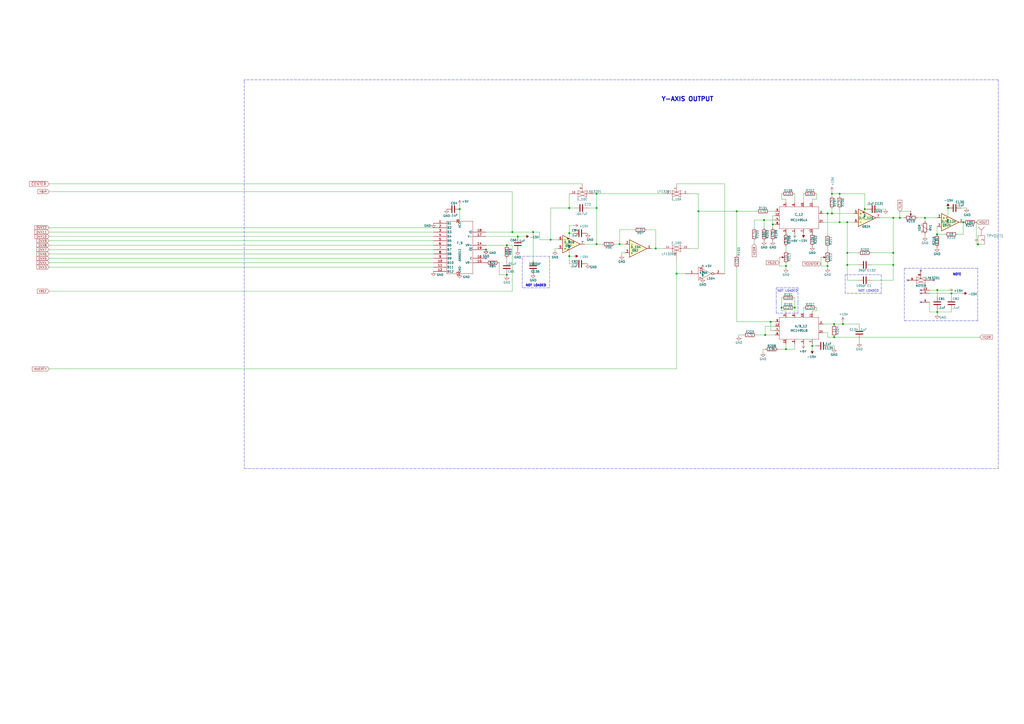
<source format=kicad_sch>
(kicad_sch (version 20211123) (generator eeschema)
  (paper "A2")
  (lib_symbols
    (symbol "082A_1"
      (property "Reference" "U" (at 0 5.08 0))
      (property "Value" "082A_1" (at 0 -5.08 0))
      (symbol "082A_1_0_1"
        (polyline (pts (xy -5.08 5.08) (xy 5.08 0) (xy -5.08 -5.08) (xy -5.08 5.08)) (stroke (width 0.254)) (fill (type background)))
      )
      (symbol "082A_1_1_1"
        (pin output line (at 7.62 0 180) (length 2.54) (name "~") (number "1"))
        (pin input line (at -7.62 2.54 0) (length 2.54) (name "-") (number "2"))
        (pin input line (at -7.62 -2.54 0) (length 2.54) (name "+") (number "3"))
        (pin bidirectional line (at -1.27 -2.54 90) (length 0) (name "VSS") (number "4"))
      )
      (symbol "082A_1_2_1"
        (pin input line (at -7.62 -2.54 0) (length 2.54) (name "+") (number "5"))
        (pin input line (at -7.62 2.54 0) (length 2.54) (name "-") (number "6"))
        (pin output line (at 7.62 0 180) (length 2.54) (name "~") (number "7"))
        (pin bidirectional line (at -1.27 -3.175 90) (length 0) (name "VCC") (number "8"))
      )
    )
    (symbol "Device:C" (pin_numbers hide) (pin_names (offset 0.254))
      (property "Reference" "C" (at 0.635 2.54 0))
      (property "Value" "C" (at 0.635 -2.54 0))
      (symbol "C_0_1"
        (polyline (pts (xy -2.032 -0.762) (xy 2.032 -0.762)) (stroke (width 0.508)))
        (polyline (pts (xy -2.032 0.762) (xy 2.032 0.762)) (stroke (width 0.508)))
      )
      (symbol "C_1_1"
        (pin passive line (at 0 3.81 270) (length 2.794) (name "~") (number "1"))
        (pin passive line (at 0 -3.81 90) (length 2.794) (name "~") (number "2"))
      )
    )
    (symbol "Device:R" (pin_numbers hide) (pin_names (offset 0))
      (property "Reference" "R" (at 2.032 0 90))
      (property "Value" "R" (at 0 0 90))
      (symbol "R_0_1"
        (rectangle (start -1.016 -2.54) (end 1.016 2.54) (stroke (width 0.254)))
      )
      (symbol "R_1_1"
        (pin passive line (at 0 3.81 270) (length 1.27) (name "~") (number "1"))
        (pin passive line (at 0 -3.81 90) (length 1.27) (name "~") (number "2"))
      )
    )
    (symbol "Device:Varistor" (pin_numbers hide) (pin_names (offset 0))
      (property "Reference" "RV" (at 3.175 0 90))
      (property "Value" "Varistor" (at -3.175 0 90))
      (symbol "Varistor_0_0"
        (text "U" (at -1.778 -2.032 0) (effects (font (size 1.27 1.27))))
      )
      (symbol "Varistor_0_1"
        (rectangle (start -1.016 -2.54) (end 1.016 2.54) (stroke (width 0.254)))
        (polyline (pts (xy -1.905 2.54) (xy -1.905 1.27) (xy 1.905 -1.27)))
      )
      (symbol "Varistor_1_1"
        (pin passive line (at 0 3.81 270) (length 1.27) (name "~") (number "1"))
        (pin passive line (at 0 -3.81 90) (length 1.27) (name "~") (number "2"))
      )
    )
    (symbol "Star_Wars_Vector_PCB-rescue:POT" (pin_numbers hide) (pin_names (offset 1.016) hide)
      (property "Reference" "RV" (at -4.445 0 90))
      (property "Value" "POT" (at -2.54 0 90))
      (symbol "POT_0_1"
        (polyline (pts (xy 2.54 0) (xy 1.524 0)))
        (polyline (pts (xy 1.143 0) (xy 2.286 0.508) (xy 2.286 -0.508)) (fill (type outline)))
        (rectangle (start 1.016 2.54) (end -1.016 -2.54) (stroke (width 0.254)))
      )
      (symbol "POT_1_1"
        (pin passive line (at 0 3.81 270) (length 1.27) (name "1") (number "1"))
        (pin passive line (at 3.81 0 180) (length 1.27) (name "2") (number "2"))
        (pin passive line (at 0 -3.81 90) (length 1.27) (name "3") (number "3"))
      )
    )
    (symbol "Star_Wars_Vector_PCB:082"
      (property "Reference" "U" (at 0 5.08 0))
      (property "Value" "082" (at 0 -5.08 0))
      (symbol "082_0_1"
        (polyline (pts (xy -5.08 5.08) (xy 5.08 0) (xy -5.08 -5.08) (xy -5.08 5.08)) (stroke (width 0.254)) (fill (type background)))
      )
      (symbol "082_1_1"
        (pin output line (at 7.62 0 180) (length 2.54) (name "~") (number "1"))
        (pin input line (at -7.62 -2.54 0) (length 2.54) (name "-") (number "2"))
        (pin input line (at -7.62 2.54 0) (length 2.54) (name "+") (number "3"))
      )
      (symbol "082_2_1"
        (pin power_in line (at -1.27 3.175 270) (length 0) (name "VSS") (number "4"))
        (pin input line (at -7.62 2.54 0) (length 2.54) (name "+") (number "5"))
        (pin input line (at -7.62 -2.54 0) (length 2.54) (name "-") (number "6"))
        (pin output line (at 7.62 0 180) (length 2.54) (name "~") (number "7"))
        (pin power_in line (at -1.27 -3.175 90) (length 0) (name "VCC") (number "8"))
      )
    )
    (symbol "Star_Wars_Vector_PCB:AM6012" (pin_names (offset 0.254))
      (property "Reference" "U" (at 0 1.27 0))
      (property "Value" "AM6012" (at 0 -5.715 90))
      (symbol "AM6012_0_0"
        (pin power_in line (at 0 -16.51 90) (length 0) (name "GND") (number "13"))
      )
      (symbol "AM6012_0_1"
        (rectangle (start -7.62 13.97) (end 7.62 -16.51))
      )
      (symbol "AM6012_1_0"
        (pin input line (at 15.24 0 180) (length 7.62) (name "VR+") (number "14"))
        (pin input line (at 15.24 -10.16 180) (length 7.62) (name "VR-") (number "15"))
        (pin input line (at 15.24 -7.62 180) (length 7.62) (name "C") (number "16"))
        (pin input line (at 15.24 5.08 180) (length 7.62) (name "V-") (number "17"))
        (pin input line (at 15.24 -2.54 180) (length 7.62) (name "~{IO}") (number "19"))
        (pin power_in line (at 0 13.97 270) (length 0) (name "VCC") (number "20"))
      )
      (symbol "AM6012_1_1"
        (pin input line (at -15.24 12.7 0) (length 7.62) (name "B1") (number "1"))
        (pin input line (at -15.24 -10.16 0) (length 7.62) (name "B10") (number "10"))
        (pin input line (at -15.24 -12.7 0) (length 7.62) (name "B11") (number "11"))
        (pin input line (at -15.24 -15.24 0) (length 7.62) (name "B12") (number "12"))
        (pin input line (at 15.24 7.62 180) (length 7.62) (name "IO") (number "18"))
        (pin input line (at -15.24 10.16 0) (length 7.62) (name "B2") (number "2"))
        (pin input line (at -15.24 7.62 0) (length 7.62) (name "B3") (number "3"))
        (pin input line (at -15.24 5.08 0) (length 7.62) (name "B4") (number "4"))
        (pin input line (at -15.24 2.54 0) (length 7.62) (name "B5") (number "5"))
        (pin input line (at -15.24 0 0) (length 7.62) (name "B6") (number "6"))
        (pin input line (at -15.24 -2.54 0) (length 7.62) (name "B7") (number "7"))
        (pin input line (at -15.24 -5.08 0) (length 7.62) (name "B8") (number "8"))
        (pin input line (at -15.24 -7.62 0) (length 7.62) (name "B9") (number "9"))
      )
    )
    (symbol "Star_Wars_Vector_PCB:LF13201" (pin_names (offset 0))
      (property "Reference" "U" (at 0 -3.175 0))
      (property "Value" "LF13201" (at 6.985 1.27 0))
      (symbol "LF13201_0_1"
        (polyline (pts (xy -2.54 1.905) (xy -2.54 -1.905) (xy 2.54 0) (xy -2.54 1.905)))
        (polyline (pts (xy 2.54 1.905) (xy 2.54 -1.905) (xy -2.54 0) (xy 2.54 1.905)))
      )
      (symbol "LF13201_1_1"
        (pin bidirectional line (at 0 5.715 270) (length 5.08) (name "~") (number "1"))
        (pin bidirectional line (at -7.62 0 0) (length 5.08) (name "~") (number "2"))
        (pin bidirectional line (at 7.62 0 180) (length 5.08) (name "~") (number "3"))
      )
      (symbol "LF13201_2_1"
        (pin power_in line (at 5.08 -5.715 180) (length 5.08) (name "~") (number "13"))
        (pin power_in line (at 5.08 -7.62 180) (length 5.08) (name "~") (number "4"))
        (pin power_in line (at 5.08 -12.7 180) (length 5.08) (name "~") (number "5"))
        (pin bidirectional line (at -7.62 0 0) (length 5.08) (name "~") (number "6"))
        (pin bidirectional line (at 7.62 0 180) (length 5.08) (name "~") (number "7"))
        (pin bidirectional line (at 0 5.715 270) (length 5.08) (name "~") (number "8"))
      )
      (symbol "LF13201_3_1"
        (pin bidirectional line (at -7.62 0 0) (length 5.08) (name "~") (number "10"))
        (pin bidirectional line (at 7.62 0 180) (length 5.08) (name "~") (number "11"))
        (pin bidirectional line (at 0 5.715 270) (length 5.08) (name "~") (number "9"))
      )
      (symbol "LF13201_4_1"
        (pin bidirectional line (at 7.62 0 180) (length 5.08) (name "~") (number "14"))
        (pin bidirectional line (at -7.62 0 0) (length 5.08) (name "~") (number "15"))
        (pin bidirectional line (at 0 5.715 270) (length 5.08) (name "~") (number "16"))
      )
    )
    (symbol "atari_grav_bw:082A"
      (property "Reference" "U?" (at 1.27 13.335 0))
      (property "Value" "082A" (at 0.47 6.2714 0))
      (symbol "082A_0_1"
        (polyline (pts (xy -5.08 5.08) (xy 5.08 0) (xy -5.08 -5.08) (xy -5.08 5.08)) (stroke (width 0.254)) (fill (type background)))
      )
      (symbol "082A_1_1"
        (pin output line (at 7.62 0 180) (length 2.54) (name "~") (number "1"))
        (pin input line (at -7.62 2.54 0) (length 2.54) (name "-") (number "2"))
        (pin input line (at -7.62 -2.54 0) (length 2.54) (name "+") (number "3"))
        (pin bidirectional line (at -1.27 -2.54 90) (length 0) (name "VCC") (number "4"))
      )
      (symbol "082A_2_1"
        (pin input line (at -7.62 -2.54 0) (length 2.54) (name "+") (number "5"))
        (pin input line (at -7.62 2.54 0) (length 2.54) (name "-") (number "6"))
        (pin output line (at 7.62 0 180) (length 2.54) (name "~") (number "7"))
        (pin bidirectional line (at -1.27 -3.175 90) (length 0) (name "VCC") (number "8"))
      )
    )
    (symbol "atari_grav_bw:LS04" (pin_names (offset 0.762))
      (property "Reference" "U" (at 4.445 2.54 0))
      (property "Value" "LS04" (at 5.08 -2.54 0))
      (symbol "LS04_0_0"
        (polyline (pts (xy -3.81 3.81) (xy -3.81 -3.81) (xy 3.81 0) (xy -3.81 3.81)))
      )
      (symbol "LS04_1_0"
        (pin power_in line (at -1.27 2.54 270) (length 0) (name "VCC") (number "14"))
        (pin power_in line (at -1.27 -2.54 90) (length 0) (name "GND") (number "7"))
      )
      (symbol "LS04_1_1"
        (pin input line (at -11.43 0 0) (length 7.62) (name "~") (number "1"))
        (pin output inverted (at 11.43 0 180) (length 7.62) (name "~") (number "2"))
      )
      (symbol "LS04_1_2"
        (pin input inverted (at -11.43 0 0) (length 7.62) (name "~") (number "1"))
        (pin output line (at 11.43 0 180) (length 7.62) (name "~") (number "2"))
      )
      (symbol "LS04_2_1"
        (pin input line (at -11.43 0 0) (length 7.62) (name "~") (number "3"))
        (pin output inverted (at 11.43 0 180) (length 7.62) (name "~") (number "4"))
      )
      (symbol "LS04_2_2"
        (pin input inverted (at -11.43 0 0) (length 7.62) (name "~") (number "3"))
        (pin output line (at 11.43 0 180) (length 7.62) (name "~") (number "4"))
      )
      (symbol "LS04_3_1"
        (pin input line (at -11.43 0 0) (length 7.62) (name "~") (number "5"))
        (pin output inverted (at 11.43 0 180) (length 7.62) (name "~") (number "6"))
      )
      (symbol "LS04_3_2"
        (pin input inverted (at -11.43 0 0) (length 7.62) (name "~") (number "5"))
        (pin output line (at 11.43 0 180) (length 7.62) (name "~") (number "6"))
      )
      (symbol "LS04_4_1"
        (pin output inverted (at 11.43 0 180) (length 7.62) (name "~") (number "8"))
        (pin input line (at -11.43 0 0) (length 7.62) (name "~") (number "9"))
      )
      (symbol "LS04_4_2"
        (pin output line (at 11.43 0 180) (length 7.62) (name "~") (number "8"))
        (pin input inverted (at -11.43 0 0) (length 7.62) (name "~") (number "9"))
      )
      (symbol "LS04_5_1"
        (pin output inverted (at 11.43 0 180) (length 7.62) (name "~") (number "10"))
        (pin input line (at -11.43 0 0) (length 7.62) (name "~") (number "11"))
      )
      (symbol "LS04_5_2"
        (pin output line (at 11.43 0 180) (length 7.62) (name "~") (number "10"))
        (pin input inverted (at -11.43 0 0) (length 7.62) (name "~") (number "11"))
      )
      (symbol "LS04_6_1"
        (pin output inverted (at 11.43 0 180) (length 7.62) (name "~") (number "12"))
        (pin input line (at -11.43 0 0) (length 7.62) (name "~") (number "13"))
      )
      (symbol "LS04_6_2"
        (pin output line (at 11.43 0 180) (length 7.62) (name "~") (number "12"))
        (pin input inverted (at -11.43 0 0) (length 7.62) (name "~") (number "13"))
      )
    )
    (symbol "atari_grav_bw:TP" (pin_names (offset 1.016))
      (property "Reference" "TP" (at 0 6.35 0))
      (symbol "TP_0_1"
        (polyline (pts (xy 1.905 0) (xy 0 0)))
        (polyline (pts (xy -1.905 5.08) (xy 0 3.175) (xy 1.905 5.08)))
        (polyline (pts (xy 0 3.175) (xy 0 0) (xy -1.905 0)))
      )
      (symbol "TP_1_1"
        (pin input line (at -1.905 -5.08 90) (length 5.08) (name "~") (number "1"))
        (pin input line (at 1.905 -5.08 90) (length 5.08) (name "~") (number "2"))
      )
    )
    (symbol "power:+15V" (power) (pin_names (offset 0))
      (property "Value" "+15V" (at 0 3.556 0))
      (symbol "+15V_0_1"
        (polyline (pts (xy -0.762 1.27) (xy 0 2.54)))
        (polyline (pts (xy 0 0) (xy 0 2.54)))
        (polyline (pts (xy 0 2.54) (xy 0.762 1.27)))
      )
      (symbol "+15V_1_1"
        (pin power_in line (at 0 0 90) (length 0) hide (name "+15V") (number "1"))
      )
    )
    (symbol "power:+5V" (power) (pin_names (offset 0))
      (property "Value" "+5V" (at 0 3.556 0))
      (symbol "+5V_0_1"
        (polyline (pts (xy -0.762 1.27) (xy 0 2.54)))
        (polyline (pts (xy 0 0) (xy 0 2.54)))
        (polyline (pts (xy 0 2.54) (xy 0.762 1.27)))
      )
      (symbol "+5V_1_1"
        (pin power_in line (at 0 0 90) (length 0) hide (name "+5V") (number "1"))
      )
    )
    (symbol "power:+6V" (power) (pin_names (offset 0))
      (property "Value" "+6V" (at 0 3.556 0))
      (symbol "+6V_0_1"
        (polyline (pts (xy -0.762 1.27) (xy 0 2.54)))
        (polyline (pts (xy 0 0) (xy 0 2.54)))
        (polyline (pts (xy 0 2.54) (xy 0.762 1.27)))
      )
      (symbol "+6V_1_1"
        (pin power_in line (at 0 0 90) (length 0) hide (name "+6V") (number "1"))
      )
    )
    (symbol "power:-15V" (power) (pin_names (offset 0))
      (property "Value" "-15V" (at 0 3.81 0))
      (symbol "-15V_0_0"
        (pin power_in line (at 0 0 90) (length 0) hide (name "-15V") (number "1"))
      )
      (symbol "-15V_0_1"
        (polyline (pts (xy 0 0) (xy 0 1.27) (xy 0.762 1.27) (xy 0 2.54) (xy -0.762 1.27) (xy 0 1.27)) (fill (type outline)))
      )
    )
    (symbol "power:GND" (power) (pin_names (offset 0))
      (property "Value" "GND" (at 0 -3.81 0))
      (symbol "GND_0_1"
        (polyline (pts (xy 0 0) (xy 0 -1.27) (xy 1.27 -1.27) (xy 0 -2.54) (xy -1.27 -1.27) (xy 0 -1.27)))
      )
      (symbol "GND_1_1"
        (pin power_in line (at 0 0 270) (length 0) hide (name "GND") (number "1"))
      )
    )
    (symbol "quantum_arcade_pcb:MC1495LA" (pin_names (offset 1.016))
      (property "Reference" "U" (at 0 -1.27 0))
      (property "Value" "MC1495LA" (at 0 1.27 0))
      (symbol "MC1495LA_0_1"
        (rectangle (start -11.43 6.35) (end 11.43 -6.35))
      )
      (symbol "MC1495LA_1_1"
        (pin power_in line (at -2.54 -8.89 90) (length 2.54) (name "~") (number "1"))
        (pin passive line (at 2.54 8.89 270) (length 2.54) (name "~") (number "10"))
        (pin passive line (at 7.62 8.89 270) (length 2.54) (name "~") (number "11"))
        (pin passive line (at -13.97 1.27 0) (length 2.54) (name "~") (number "12"))
        (pin passive line (at 7.62 -8.89 90) (length 2.54) (name "~") (number "13"))
        (pin output line (at 13.97 -2.54 180) (length 2.54) (name "~") (number "14"))
        (pin passive line (at 13.97 2.54 180) (length 2.54) (name "~") (number "2"))
        (pin passive line (at -7.62 -8.89 90) (length 2.54) (name "~") (number "3"))
        (pin input line (at -13.97 -1.27 0) (length 2.54) (name "~") (number "4"))
        (pin passive line (at -7.62 8.89 270) (length 2.54) (name "~") (number "5"))
        (pin passive line (at -2.54 8.89 270) (length 2.54) (name "~") (number "6"))
        (pin power_in line (at 2.54 -8.89 90) (length 2.54) (name "~") (number "7"))
        (pin passive line (at -13.97 -3.81 0) (length 2.54) (name "~") (number "8"))
        (pin input line (at -13.97 3.81 0) (length 2.54) (name "~") (number "9"))
      )
    )
    (symbol "quantum_arcade_pcb:MC1495LB" (pin_names (offset 1.016))
      (property "Reference" "U" (at 0 -1.27 0))
      (property "Value" "MC1495LB" (at 0 1.27 0))
      (symbol "MC1495LB_1_1"
        (rectangle (start -11.43 6.35) (end 11.43 -6.35))
        (pin power_in line (at 2.54 -8.89 90) (length 2.54) (name "~") (number "1"))
        (pin passive line (at 2.54 8.89 270) (length 2.54) (name "~") (number "10"))
        (pin passive line (at 7.62 8.89 270) (length 2.54) (name "~") (number "11"))
        (pin passive line (at -13.97 1.27 0) (length 2.54) (name "~") (number "12"))
        (pin passive line (at -7.62 -8.89 90) (length 2.54) (name "~") (number "13"))
        (pin output line (at 13.97 -2.54 180) (length 2.54) (name "~") (number "14"))
        (pin passive line (at 13.97 2.54 180) (length 2.54) (name "~") (number "2"))
        (pin passive line (at -2.54 -8.89 90) (length 2.54) (name "~") (number "3"))
        (pin input line (at -13.97 -1.27 0) (length 2.54) (name "~") (number "4"))
        (pin passive line (at -7.62 8.89 270) (length 2.54) (name "~") (number "5"))
        (pin passive line (at -2.54 8.89 270) (length 2.54) (name "~") (number "6"))
        (pin power_in line (at 7.62 -8.89 90) (length 2.54) (name "~") (number "7"))
        (pin passive line (at -13.97 -3.81 0) (length 2.54) (name "~") (number "8"))
        (pin input line (at -13.97 3.81 0) (length 2.54) (name "~") (number "9"))
      )
    )
  )
  (junction (at 543.687 168.275))
  (junction (at 549.91 120.65))
  (junction (at 346.075 141.605))
  (junction (at 453.39 178.435))
  (junction (at 536.575 126.365))
  (junction (at 491.49 146.685))
  (junction (at 455.93 154.305))
  (junction (at 543.687 180.975))
  (junction (at 297.18 134.62))
  (junction (at 330.2 120.65))
  (junction (at 518.16 126.365))
  (junction (at 482.6 112.395))
  (junction (at 482.6 123.825))
  (junction (at 558.8 128.905))
  (junction (at 521.97 126.365))
  (junction (at 567.309 141.732))
  (junction (at 405.13 122.555))
  (junction (at 427.355 122.555))
  (junction (at 501.65 121.285))
  (junction (at 309.245 134.62))
  (junction (at 330.2 135.255))
  (junction (at 359.41 141.605))
  (junction (at 447.04 186.69))
  (junction (at 491.49 153.67))
  (junction (at 392.43 158.75))
  (junction (at 294.005 142.24))
  (junction (at 487.045 112.395))
  (junction (at 319.405 139.065))
  (junction (at 480.06 123.825))
  (junction (at 480.06 154.305))
  (junction (at 455.93 202.565))
  (junction (at 346.075 120.65))
  (junction (at 551.942 170.18))
  (junction (at 346.075 112.395))
  (junction (at 448.31 130.175))
  (junction (at 443.23 127.635))
  (junction (at 518.16 153.67))
  (junction (at 281.94 144.78))
  (junction (at 443.865 194.31))
  (junction (at 488.95 187.96))
  (junction (at 483.87 195.58))
  (junction (at 266.7 121.285))
  (junction (at 300.355 137.16))
  (junction (at 518.16 146.685))
  (junction (at 487.045 128.905))
  (junction (at 330.2 148.59))
  (junction (at 461.01 178.435))
  (junction (at 483.87 187.96))
  (junction (at 491.49 128.905))
  (junction (at 294.005 159.385))
  (junction (at 380.365 144.145))
  (junction (at 471.17 200.66))
  (junction (at 543.56 135.89))
  (no_connect (at 526.542 162.56))
  (no_connect (at 281.94 149.86))
  (no_connect (at 534.162 168.275))
  (no_connect (at 534.162 170.18))
  (no_connect (at 534.162 175.26))
  (no_connect (at 534.162 156.845))
  (no_connect (at 541.782 162.56))
  (wire (pts (xy 319.405 139.065) (xy 313.055 139.065)))
  (wire (pts (xy 330.2 112.395) (xy 330.2 120.65)))
  (wire (pts (xy 551.942 170.18) (xy 558.292 170.18)))
  (wire (pts (xy 323.85 144.145) (xy 321.945 144.145)))
  (wire (pts (xy 420.37 158.75) (xy 420.37 106.68)))
  (wire (pts (xy 28.575 168.91) (xy 297.18 168.91)))
  (wire (pts (xy 453.39 178.435) (xy 453.39 180.34)))
  (wire (pts (xy 294.005 149.86) (xy 294.005 151.13)))
  (wire (pts (xy 487.045 121.285) (xy 487.045 128.905)))
  (wire (pts (xy 551.942 172.085) (xy 551.942 170.18)))
  (wire (pts (xy 340.36 135.255) (xy 340.995 135.255)))
  (wire (pts (xy 480.06 153.035) (xy 480.06 154.305)))
  (wire (pts (xy 518.16 162.56) (xy 518.16 153.67)))
  (wire (pts (xy 332.74 148.59) (xy 330.2 148.59)))
  (wire (pts (xy 482.6 112.395) (xy 487.045 112.395)))
  (wire (pts (xy 431.165 194.31) (xy 428.625 194.31)))
  (wire (pts (xy 333.375 120.65) (xy 330.2 120.65)))
  (wire (pts (xy 266.7 121.285) (xy 266.7 128.27)))
  (wire (pts (xy 377.825 144.145) (xy 380.365 144.145)))
  (wire (pts (xy 28.575 213.995) (xy 392.43 213.995)))
  (wire (pts (xy 543.56 131.445) (xy 543.56 135.89)))
  (wire (pts (xy 289.56 152.4) (xy 289.56 159.385)))
  (polyline (pts (xy 450.215 175.26) (xy 450.215 167.005)))
  (wire (pts (xy 448.31 132.08) (xy 448.31 130.175)))
  (polyline (pts (xy 511.175 170.18) (xy 490.22 170.18)))
  (polyline (pts (xy 490.22 170.18) (xy 490.22 159.385)))
  (wire (pts (xy 28.575 144.78) (xy 251.46 144.78)))
  (wire (pts (xy 477.52 123.825) (xy 480.06 123.825)))
  (wire (pts (xy 483.87 200.66) (xy 483.87 201.93)))
  (wire (pts (xy 362.585 146.685) (xy 360.68 146.685)))
  (wire (pts (xy 543.687 180.975) (xy 551.942 180.975)))
  (wire (pts (xy 480.06 195.58) (xy 480.06 193.04)))
  (polyline (pts (xy 141.605 271.78) (xy 579.12 271.78)))
  (wire (pts (xy 297.18 134.62) (xy 309.245 134.62)))
  (wire (pts (xy 455.93 154.305) (xy 455.93 155.575)))
  (wire (pts (xy 380.365 133.35) (xy 375.285 133.35)))
  (wire (pts (xy 294.005 159.385) (xy 294.005 160.02)))
  (wire (pts (xy 281.94 137.16) (xy 300.355 137.16)))
  (wire (pts (xy 380.365 144.145) (xy 380.365 133.35)))
  (wire (pts (xy 510.54 126.365) (xy 518.16 126.365)))
  (wire (pts (xy 392.43 149.86) (xy 392.43 158.75)))
  (wire (pts (xy 521.97 122.555) (xy 521.97 126.365)))
  (wire (pts (xy 405.13 144.145) (xy 400.05 144.145)))
  (wire (pts (xy 289.56 159.385) (xy 294.005 159.385)))
  (wire (pts (xy 449.58 194.31) (xy 443.865 194.31)))
  (wire (pts (xy 473.075 200.66) (xy 471.17 200.66)))
  (wire (pts (xy 330.2 135.255) (xy 330.2 138.43)))
  (polyline (pts (xy 462.915 167.005) (xy 462.915 175.26)))
  (wire (pts (xy 300.355 137.16) (xy 300.355 137.795)))
  (wire (pts (xy 309.245 134.62) (xy 309.245 151.13)))
  (wire (pts (xy 551.942 180.975) (xy 551.942 179.705)))
  (wire (pts (xy 518.16 146.685) (xy 505.46 146.685)))
  (polyline (pts (xy 567.182 155.575) (xy 524.637 155.575)))
  (polyline (pts (xy 450.215 175.26) (xy 450.215 181.61)))
  (wire (pts (xy 466.09 112.395) (xy 466.09 117.475)))
  (wire (pts (xy 502.92 121.285) (xy 501.65 121.285)))
  (wire (pts (xy 543.687 172.085) (xy 543.687 168.275)))
  (wire (pts (xy 443.23 127.635) (xy 437.515 127.635)))
  (wire (pts (xy 483.87 195.58) (xy 568.325 195.58)))
  (wire (pts (xy 339.09 141.605) (xy 346.075 141.605)))
  (wire (pts (xy 487.045 112.395) (xy 501.65 112.395)))
  (wire (pts (xy 488.95 187.96) (xy 498.475 187.96)))
  (wire (pts (xy 476.25 154.305) (xy 476.25 149.225)))
  (wire (pts (xy 28.575 154.94) (xy 251.46 154.94)))
  (wire (pts (xy 566.42 141.732) (xy 567.309 141.732)))
  (wire (pts (xy 480.06 193.04) (xy 477.52 193.04)))
  (wire (pts (xy 405.13 112.395) (xy 400.05 112.395)))
  (wire (pts (xy 521.97 126.365) (xy 524.51 126.365)))
  (wire (pts (xy 532.13 126.365) (xy 536.575 126.365)))
  (wire (pts (xy 482.6 111.125) (xy 482.6 112.395)))
  (wire (pts (xy 28.575 137.16) (xy 251.46 137.16)))
  (wire (pts (xy 443.865 189.23) (xy 443.865 194.31)))
  (polyline (pts (xy 450.215 181.61) (xy 462.915 181.61)))
  (polyline (pts (xy 567.182 186.055) (xy 567.182 155.575)))
  (wire (pts (xy 513.715 121.285) (xy 510.54 121.285)))
  (polyline (pts (xy 318.77 167.005) (xy 302.895 167.005)))
  (wire (pts (xy 447.04 186.69) (xy 427.355 186.69)))
  (wire (pts (xy 405.13 122.555) (xy 405.13 144.145)))
  (polyline (pts (xy 524.637 155.575) (xy 524.637 186.055)))
  (wire (pts (xy 473.71 180.34) (xy 471.17 180.34)))
  (wire (pts (xy 491.49 146.685) (xy 491.49 128.905)))
  (polyline (pts (xy 450.215 167.005) (xy 462.915 167.005)))
  (wire (pts (xy 471.17 180.34) (xy 471.17 181.61)))
  (wire (pts (xy 455.93 154.305) (xy 452.12 154.305)))
  (wire (pts (xy 461.01 202.565) (xy 455.93 202.565)))
  (wire (pts (xy 330.2 130.81) (xy 330.2 135.255)))
  (polyline (pts (xy 524.637 186.055) (xy 567.182 186.055)))
  (wire (pts (xy 420.37 106.68) (xy 392.43 106.68)))
  (wire (pts (xy 330.2 120.65) (xy 319.405 120.65)))
  (wire (pts (xy 330.2 148.59) (xy 330.2 153.035)))
  (wire (pts (xy 497.84 146.685) (xy 491.49 146.685)))
  (wire (pts (xy 340.36 153.035) (xy 340.995 153.035)))
  (wire (pts (xy 491.49 128.905) (xy 487.045 128.905)))
  (wire (pts (xy 294.005 158.75) (xy 294.005 159.385)))
  (wire (pts (xy 549.91 120.65) (xy 549.91 126.365)))
  (wire (pts (xy 471.17 199.39) (xy 471.17 200.66)))
  (wire (pts (xy 497.84 162.56) (xy 491.49 162.56)))
  (polyline (pts (xy 579.12 46.355) (xy 141.605 46.355)))
  (wire (pts (xy 28.575 111.125) (xy 297.18 111.125)))
  (wire (pts (xy 447.04 191.77) (xy 447.04 186.69)))
  (wire (pts (xy 449.58 122.555) (xy 446.405 122.555)))
  (wire (pts (xy 480.06 135.89) (xy 480.06 123.825)))
  (wire (pts (xy 482.6 121.285) (xy 482.6 123.825)))
  (wire (pts (xy 555.625 135.89) (xy 558.8 135.89)))
  (wire (pts (xy 461.01 178.435) (xy 461.01 181.61)))
  (wire (pts (xy 428.625 194.31) (xy 428.625 194.945)))
  (polyline (pts (xy 306.07 148.59) (xy 318.77 148.59)))
  (wire (pts (xy 319.405 120.65) (xy 319.405 139.065)))
  (wire (pts (xy 443.865 202.565) (xy 442.595 202.565)))
  (wire (pts (xy 356.87 141.605) (xy 359.41 141.605)))
  (wire (pts (xy 497.84 153.67) (xy 491.49 153.67)))
  (wire (pts (xy 482.6 123.825) (xy 495.3 123.825)))
  (wire (pts (xy 437.515 139.7) (xy 437.515 141.605)))
  (wire (pts (xy 453.39 180.34) (xy 455.93 180.34)))
  (wire (pts (xy 487.045 128.905) (xy 477.52 128.905)))
  (wire (pts (xy 449.58 189.23) (xy 443.865 189.23)))
  (wire (pts (xy 455.93 199.39) (xy 455.93 202.565)))
  (wire (pts (xy 346.075 112.395) (xy 384.81 112.395)))
  (polyline (pts (xy 141.605 46.355) (xy 141.605 46.99)))
  (wire (pts (xy 427.355 122.555) (xy 427.355 147.955)))
  (wire (pts (xy 449.58 125.095) (xy 448.31 125.095)))
  (wire (pts (xy 452.12 154.305) (xy 452.12 149.225)))
  (wire (pts (xy 321.945 144.145) (xy 321.945 145.415)))
  (wire (pts (xy 448.31 125.095) (xy 448.31 130.175)))
  (wire (pts (xy 488.95 187.96) (xy 488.95 186.69)))
  (wire (pts (xy 281.94 134.62) (xy 297.18 134.62)))
  (wire (pts (xy 498.475 187.96) (xy 498.475 189.23)))
  (wire (pts (xy 380.365 144.145) (xy 384.81 144.145)))
  (wire (pts (xy 346.075 120.65) (xy 346.075 141.605)))
  (polyline (pts (xy 302.895 148.59) (xy 306.07 148.59)))
  (wire (pts (xy 392.43 158.75) (xy 397.51 158.75)))
  (wire (pts (xy 482.6 112.395) (xy 482.6 113.665)))
  (wire (pts (xy 28.575 142.24) (xy 251.46 142.24)))
  (wire (pts (xy 528.32 122.555) (xy 521.97 122.555)))
  (wire (pts (xy 473.71 112.395) (xy 473.71 115.57)))
  (wire (pts (xy 453.39 115.57) (xy 455.93 115.57)))
  (wire (pts (xy 473.71 115.57) (xy 471.17 115.57)))
  (wire (pts (xy 359.41 141.605) (xy 362.585 141.605)))
  (wire (pts (xy 505.46 162.56) (xy 518.16 162.56)))
  (wire (pts (xy 483.87 195.58) (xy 480.06 195.58)))
  (wire (pts (xy 281.94 142.24) (xy 294.005 142.24)))
  (wire (pts (xy 567.309 141.732) (xy 571.119 141.732)))
  (wire (pts (xy 566.42 128.905) (xy 566.42 141.732)))
  (wire (pts (xy 543.687 168.275) (xy 550.037 168.275)))
  (wire (pts (xy 480.06 154.305) (xy 480.06 155.575)))
  (polyline (pts (xy 318.77 148.59) (xy 318.77 167.005)))
  (wire (pts (xy 266.7 118.745) (xy 266.7 121.285)))
  (wire (pts (xy 360.68 146.685) (xy 360.68 147.955)))
  (wire (pts (xy 455.93 145.415) (xy 455.93 142.875)))
  (wire (pts (xy 405.13 122.555) (xy 427.355 122.555)))
  (wire (pts (xy 443.865 194.31) (xy 438.785 194.31)))
  (wire (pts (xy 442.595 202.565) (xy 442.595 204.47)))
  (wire (pts (xy 443.23 127.635) (xy 449.58 127.635)))
  (wire (pts (xy 487.045 112.395) (xy 487.045 113.665)))
  (wire (pts (xy 345.44 112.395) (xy 346.075 112.395)))
  (wire (pts (xy 449.58 191.77) (xy 447.04 191.77)))
  (polyline (pts (xy 141.605 46.99) (xy 141.605 271.78)))
  (wire (pts (xy 558.8 135.89) (xy 558.8 128.905)))
  (polyline (pts (xy 302.895 167.005) (xy 302.895 148.59)))
  (wire (pts (xy 480.695 200.66) (xy 483.87 200.66)))
  (wire (pts (xy 501.65 121.285) (xy 501.65 112.395)))
  (polyline (pts (xy 511.175 159.385) (xy 511.175 170.18)))
  (wire (pts (xy 294.005 142.24) (xy 297.18 142.24)))
  (wire (pts (xy 461.01 199.39) (xy 461.01 202.565)))
  (wire (pts (xy 518.16 126.365) (xy 521.97 126.365)))
  (wire (pts (xy 453.39 172.72) (xy 453.39 178.435)))
  (wire (pts (xy 332.74 130.81) (xy 330.2 130.81)))
  (wire (pts (xy 28.575 147.32) (xy 251.46 147.32)))
  (wire (pts (xy 28.575 139.7) (xy 251.46 139.7)))
  (wire (pts (xy 297.18 142.24) (xy 297.18 168.91)))
  (wire (pts (xy 453.39 112.395) (xy 453.39 115.57)))
  (wire (pts (xy 455.93 202.565) (xy 451.485 202.565)))
  (wire (pts (xy 309.245 134.62) (xy 313.055 134.62)))
  (wire (pts (xy 437.515 127.635) (xy 437.515 132.08)))
  (wire (pts (xy 536.575 126.365) (xy 536.575 128.27)))
  (wire (pts (xy 455.93 153.035) (xy 455.93 154.305)))
  (wire (pts (xy 461.01 172.72) (xy 461.01 178.435)))
  (wire (pts (xy 466.09 178.435) (xy 466.09 181.61)))
  (wire (pts (xy 323.85 139.065) (xy 319.405 139.065)))
  (wire (pts (xy 438.785 122.555) (xy 427.355 122.555)))
  (wire (pts (xy 505.46 153.67) (xy 518.16 153.67)))
  (wire (pts (xy 443.23 132.08) (xy 443.23 127.635)))
  (wire (pts (xy 498.475 196.85) (xy 498.475 198.755)))
  (wire (pts (xy 560.705 120.65) (xy 557.53 120.65)))
  (wire (pts (xy 448.31 130.175) (xy 449.58 130.175)))
  (wire (pts (xy 471.17 200.66) (xy 471.17 202.565)))
  (wire (pts (xy 539.242 175.26) (xy 539.242 180.975)))
  (wire (pts (xy 536.575 126.365) (xy 543.56 126.365)))
  (wire (pts (xy 330.2 135.255) (xy 332.74 135.255)))
  (wire (pts (xy 405.13 112.395) (xy 405.13 122.555)))
  (wire (pts (xy 28.575 134.62) (xy 251.46 134.62)))
  (wire (pts (xy 480.06 143.51) (xy 480.06 145.415)))
  (wire (pts (xy 518.16 153.67) (xy 518.16 146.685)))
  (wire (pts (xy 543.687 180.975) (xy 543.687 182.245)))
  (wire (pts (xy 471.17 115.57) (xy 471.17 117.475)))
  (wire (pts (xy 392.43 158.75) (xy 392.43 213.995)))
  (wire (pts (xy 480.06 154.305) (xy 476.25 154.305)))
  (wire (pts (xy 543.56 135.89) (xy 548.005 135.89)))
  (wire (pts (xy 346.075 112.395) (xy 346.075 120.65)))
  (wire (pts (xy 518.16 126.365) (xy 518.16 146.685)))
  (wire (pts (xy 449.58 186.69) (xy 447.04 186.69)))
  (wire (pts (xy 330.2 153.035) (xy 332.74 153.035)))
  (wire (pts (xy 28.575 152.4) (xy 251.46 152.4)))
  (wire (pts (xy 473.71 178.435) (xy 473.71 180.34)))
  (wire (pts (xy 491.49 146.685) (xy 491.49 153.67)))
  (wire (pts (xy 543.687 179.705) (xy 543.687 180.975)))
  (wire (pts (xy 539.242 170.18) (xy 551.942 170.18)))
  (wire (pts (xy 359.41 133.35) (xy 359.41 141.605)))
  (wire (pts (xy 28.575 106.68) (xy 337.82 106.68)))
  (polyline (pts (xy 579.12 271.78) (xy 579.12 46.355)))
  (polyline (pts (xy 490.22 159.385) (xy 511.175 159.385)))
  (wire (pts (xy 483.87 187.96) (xy 488.95 187.96)))
  (wire (pts (xy 330.2 144.78) (xy 330.2 148.59)))
  (wire (pts (xy 480.06 123.825) (xy 482.6 123.825)))
  (wire (pts (xy 313.055 139.065) (xy 313.055 134.62)))
  (wire (pts (xy 483.87 187.96) (xy 477.52 187.96)))
  (wire (pts (xy 491.49 153.67) (xy 491.49 162.56)))
  (wire (pts (xy 367.665 133.35) (xy 359.41 133.35)))
  (wire (pts (xy 300.355 137.16) (xy 304.165 137.16)))
  (wire (pts (xy 501.65 123.19) (xy 501.65 121.285)))
  (wire (pts (xy 495.3 128.905) (xy 491.49 128.905)))
  (wire (pts (xy 28.575 149.86) (xy 251.46 149.86)))
  (wire (pts (xy 346.075 141.605) (xy 349.25 141.605)))
  (wire (pts (xy 455.93 180.34) (xy 455.93 181.61)))
  (wire (pts (xy 427.355 186.69) (xy 427.355 155.575)))
  (wire (pts (xy 539.242 180.975) (xy 543.687 180.975)))
  (wire (pts (xy 455.93 115.57) (xy 455.93 117.475)))
  (wire (pts (xy 536.575 135.89) (xy 536.575 137.16)))
  (wire (pts (xy 539.242 168.275) (xy 543.687 168.275)))
  (wire (pts (xy 346.075 120.65) (xy 340.995 120.65)))
  (wire (pts (xy 297.18 134.62) (xy 297.18 111.125)))
  (wire (pts (xy 461.01 112.395) (xy 461.01 117.475)))
  (wire (pts (xy 28.575 132.08) (xy 251.46 132.08)))
  (polyline (pts (xy 462.915 181.61) (xy 462.915 175.26)))
  (text "NOT LOADED" (at 497.84 169.545 0) (effects (font (size 1.27 1.27)) (justify left bottom)))
  (text "NOT LOADED" (at 450.85 169.545 0) (effects (font (size 1.27 1.27)) (justify left bottom)))
  (text "NOTE\n" (at 552.577 160.02 0) (effects (font (size 1.27 1.27) (thickness 0.508) bold) (justify left bottom)))
  (text "NOT LOADED\n" (at 304.8 166.37 0) (effects (font (size 1.27 1.27) (thickness 0.508) bold) (justify left bottom)))
  (text "Y-AXIS OUTPUT" (at 383.54 59.055 0) (effects (font (size 2.54 2.54) (thickness 0.508) bold) (justify left bottom)))
  (global_label "~{DVX12}" (shape input) (at 28.575 132.08 180) (property "Intersheet References" "${INTERSHEET_REFS}" (effects hide)))
  (global_label "YCENTER" (shape input) (at 476.25 153.035 180) (property "Intersheet References" "${INTERSHEET_REFS}" (effects hide)))
  (global_label "DVX9" (shape input) (at 28.575 139.7 180) (property "Intersheet References" "${INTERSHEET_REFS}" (effects hide)))
  (global_label "DVX7" (shape input) (at 28.575 144.78 180) (property "Intersheet References" "${INTERSHEET_REFS}" (effects hide)))
  (global_label "~{CENTER}" (shape input) (at 28.575 106.68 180) (effects (font (size 1.524 1.524))) (property "Intersheet References" "${INTERSHEET_REFS}" (effects hide)))
  (global_label "YCOR" (shape input) (at 568.325 195.58 0) (property "Intersheet References" "${INTERSHEET_REFS}" (effects hide)))
  (global_label "YBIP" (shape input) (at 28.575 111.125 180) (property "Intersheet References" "${INTERSHEET_REFS}" (effects hide)))
  (global_label "DVX4" (shape input) (at 28.575 152.4 180) (property "Intersheet References" "${INTERSHEET_REFS}" (effects hide)))
  (global_label "DVX10" (shape input) (at 28.575 137.16 180) (property "Intersheet References" "${INTERSHEET_REFS}" (effects hide)))
  (global_label "YLIN" (shape input) (at 521.97 122.555 90) (property "Intersheet References" "${INTERSHEET_REFS}" (effects hide)))
  (global_label "DVX6" (shape input) (at 28.575 147.32 180) (property "Intersheet References" "${INTERSHEET_REFS}" (effects hide)))
  (global_label "YSIZE" (shape input) (at 452.12 152.4 180) (property "Intersheet References" "${INTERSHEET_REFS}" (effects hide)))
  (global_label "DVX5" (shape input) (at 28.575 149.86 180) (property "Intersheet References" "${INTERSHEET_REFS}" (effects hide)))
  (global_label "YREF" (shape input) (at 28.575 168.91 180) (property "Intersheet References" "${INTERSHEET_REFS}" (effects hide)))
  (global_label "YOUT" (shape input) (at 566.42 128.905 0) (property "Intersheet References" "${INTERSHEET_REFS}" (effects hide)))
  (global_label "INVERTY" (shape input) (at 28.575 213.995 180) (property "Intersheet References" "${INTERSHEET_REFS}" (effects hide)))
  (global_label "YCOR" (shape input) (at 437.515 141.605 270) (property "Intersheet References" "${INTERSHEET_REFS}" (effects hide)))
  (global_label "DVX11" (shape input) (at 28.575 134.62 180) (property "Intersheet References" "${INTERSHEET_REFS}" (effects hide)))
  (global_label "DVX3" (shape input) (at 28.575 154.94 180) (property "Intersheet References" "${INTERSHEET_REFS}" (effects hide)))
  (global_label "DVX8" (shape input) (at 28.575 142.24 180) (property "Intersheet References" "${INTERSHEET_REFS}" (effects hide)))
  (symbol (lib_id "power:GND") (at 360.68 147.955 0) (unit 1)
    (property "Reference" "#PWR0415" (effects hide))
    (property "Value" "GND" (at 360.68 151.765 0))
  )
  (symbol (lib_id "Device:C") (at 336.55 135.255 270) (unit 1)
    (property "Reference" "C84" (at 331.597 133.604 90) (effects (justify left)))
    (property "Value" ".1uF" (at 331.216 136.525 90) (effects (justify left)))
    (property "Footprint" "quantum_arcade_pcb:GenComp" (effects hide))
  )
  (symbol (lib_id "Star_Wars_Vector_PCB:LF13201") (at 392.43 144.145 180) (unit 4)
    (property "Reference" "E_10" (at 392.43 140.97 0))
    (property "Value" "LF13201" (at 387.985 147.32 0))
    (property "Footprint" "Star_Wars_Vector_PCB:DIP16" (effects hide))
  )
  (symbol (lib_id "Device:R") (at 543.56 139.7 0) (unit 1)
    (property "Reference" "R216" (at 541.655 139.7 90))
    (property "Value" "6.8k" (at 543.56 139.7 90))
    (property "Footprint" "quantum_arcade_pcb:GenComp" (effects hide))
  )
  (symbol (lib_id "power:-15V") (at 549.91 120.65 0) (unit 1)
    (property "Reference" "#PWR0437" (effects hide))
    (property "Value" "-15V" (at 550.291 116.2558 0))
  )
  (symbol (lib_id "Device:R") (at 437.515 135.89 180) (unit 1)
    (property "Reference" "R205" (at 439.42 135.89 90))
    (property "Value" "2.7k" (at 437.515 135.89 90))
    (property "Footprint" "quantum_arcade_pcb:GenComp" (effects hide))
  )
  (symbol (lib_id "Device:R") (at 480.06 139.7 180) (unit 1)
    (property "Reference" "R211" (at 481.965 139.7 90))
    (property "Value" "5.6k" (at 480.06 139.7 90))
    (property "Footprint" "quantum_arcade_pcb:GenComp" (effects hide))
  )
  (symbol (lib_id "Device:R") (at 443.23 135.89 180) (unit 1)
    (property "Reference" "R203" (at 445.135 135.89 90))
    (property "Value" "680" (at 443.23 135.89 90))
    (property "Footprint" "quantum_arcade_pcb:GenComp" (effects hide))
  )
  (symbol (lib_id "power:GND") (at 536.575 137.16 0) (unit 1)
    (property "Reference" "#PWR0438" (effects hide))
    (property "Value" "GND" (at 536.575 140.97 0))
  )
  (symbol (lib_id "power:+5V") (at 407.67 156.21 0) (unit 1)
    (property "Reference" "#PWR0526" (effects hide))
    (property "Value" "+5V" (at 410.845 154.305 0))
  )
  (symbol (lib_id "power:+15V") (at 332.74 130.81 270) (unit 1)
    (property "Reference" "#PWR0417" (effects hide))
    (property "Value" "+15V" (at 335.9912 131.191 90) (effects (justify left)))
  )
  (symbol (lib_id "power:GND") (at 483.87 201.93 0) (unit 1)
    (property "Reference" "#PWR0434" (effects hide))
    (property "Value" "GND" (at 483.87 205.74 0))
  )
  (symbol (lib_id "Device:R") (at 455.93 139.065 180) (unit 1)
    (property "Reference" "R206" (at 457.835 139.065 90))
    (property "Value" "3.9k" (at 455.93 139.065 90))
    (property "Footprint" "quantum_arcade_pcb:GenComp" (effects hide))
  )
  (symbol (lib_id "Star_Wars_Vector_PCB-rescue:POT") (at 480.06 149.225 180) (unit 1)
    (property "Reference" "R212" (at 481.965 149.225 90))
    (property "Value" "10k" (at 480.06 149.225 90))
    (property "Footprint" "Star_Wars_Vector_PCB:PotBlk" (effects hide))
  )
  (symbol (lib_id "Device:C") (at 309.245 154.94 180) (unit 1)
    (property "Reference" "C136" (at 313.055 157.48 0) (effects (justify left)))
    (property "Value" "1000pf" (at 313.69 153.035 0) (effects (justify left)))
    (property "Footprint" "quantum_arcade_pcb:GenComp" (effects hide))
  )
  (symbol (lib_id "Star_Wars_Vector_PCB:LF13201") (at 337.82 112.395 0) (unit 3)
    (property "Reference" "E_10" (at 337.82 115.57 0))
    (property "Value" "LF13201" (at 344.805 111.125 0))
    (property "Footprint" "Star_Wars_Vector_PCB:DIP16" (effects hide))
  )
  (symbol (lib_id "power:GND") (at 259.08 121.285 0) (unit 1)
    (property "Reference" "#PWR0433" (effects hide))
    (property "Value" "GND" (at 259.08 125.222 0))
  )
  (symbol (lib_id "atari_grav_bw:082A") (at 502.92 126.365 0) (mirror x) (unit 2)
    (property "Reference" "D/E_12" (at 498.094 126.492 0) (effects (justify left)))
    (property "Value" "082A" (at 499.999 131.445 0) (effects (justify left)))
  )
  (symbol (lib_id "power:GND") (at 251.46 157.48 0) (unit 1)
    (property "Reference" "#PWR0426" (effects hide))
    (property "Value" "GND" (at 255.27 159.385 0))
  )
  (symbol (lib_id "Device:R") (at 471.17 139.065 180) (unit 1)
    (property "Reference" "R202" (at 473.075 139.065 90))
    (property "Value" "10k" (at 471.17 139.065 90))
    (property "Footprint" "quantum_arcade_pcb:GenComp" (effects hide))
  )
  (symbol (lib_id "Device:C") (at 498.475 193.04 180) (unit 1)
    (property "Reference" "C134" (at 497.84 191.135 0) (effects (justify left)))
    (property "Value" ".1uF" (at 502.92 191.135 0) (effects (justify left)))
    (property "Footprint" "quantum_arcade_pcb:GenComp" (effects hide))
  )
  (symbol (lib_id "Device:R") (at 457.2 178.435 270) (unit 1)
    (property "Reference" "R190" (at 457.2 176.53 90))
    (property "Value" "2.2K" (at 457.2 178.435 90))
    (property "Footprint" "quantum_arcade_pcb:GenComp" (effects hide))
  )
  (symbol (lib_id "Device:R") (at 442.595 122.555 270) (unit 1)
    (property "Reference" "R194" (at 442.595 120.65 90))
    (property "Value" "470" (at 442.595 122.555 90))
    (property "Footprint" "quantum_arcade_pcb:GenComp" (effects hide))
  )
  (symbol (lib_id "power:GND") (at 560.705 120.65 0) (unit 1)
    (property "Reference" "#PWR0436" (effects hide))
    (property "Value" "GND" (at 561.086 124.714 0))
  )
  (symbol (lib_id "Device:R") (at 551.815 135.89 90) (unit 1)
    (property "Reference" "R215" (at 551.815 137.795 90))
    (property "Value" "68" (at 551.815 135.89 90))
    (property "Footprint" "quantum_arcade_pcb:GenComp" (effects hide))
  )
  (symbol (lib_id "Device:R") (at 448.31 135.89 180) (unit 1)
    (property "Reference" "R199" (at 450.215 135.89 90))
    (property "Value" "470" (at 448.31 135.89 90))
    (property "Footprint" "quantum_arcade_pcb:GenComp" (effects hide))
  )
  (symbol (lib_id "Device:R") (at 501.65 146.685 270) (unit 1)
    (property "Reference" "R200" (at 501.65 144.78 90))
    (property "Value" "12K" (at 501.65 146.685 90))
    (property "Footprint" "quantum_arcade_pcb:GenComp" (effects hide))
  )
  (symbol (lib_id "power:GND") (at 428.625 194.945 0) (unit 1)
    (property "Reference" "#PWR0425" (effects hide))
    (property "Value" "GND" (at 428.625 198.755 0))
  )
  (symbol (lib_id "power:GND") (at 455.93 155.575 0) (unit 1)
    (property "Reference" "#PWR0409" (effects hide))
    (property "Value" "GND" (at 455.93 159.385 0))
  )
  (symbol (lib_id "power:-15V") (at 466.09 135.255 180) (unit 1)
    (property "Reference" "#PWR0414" (effects hide))
    (property "Value" "-15V" (at 465.709 139.6492 0))
  )
  (symbol (lib_id "Device:R") (at 483.87 191.77 0) (unit 1)
    (property "Reference" "R204" (at 485.902 191.77 90))
    (property "Value" "1k" (at 483.87 191.77 90))
    (property "Footprint" "quantum_arcade_pcb:GenComp" (effects hide))
  )
  (symbol (lib_id "power:GND") (at 321.945 145.415 0) (unit 1)
    (property "Reference" "#PWR0422" (effects hide))
    (property "Value" "GND" (at 321.945 149.225 0))
  )
  (symbol (lib_id "Device:R") (at 427.355 151.765 180) (unit 1)
    (property "Reference" "R193" (at 428.625 145.923 90))
    (property "Value" "470" (at 427.355 151.765 90))
    (property "Footprint" "quantum_arcade_pcb:GenComp" (effects hide))
  )
  (symbol (lib_id "Device:R") (at 371.475 133.35 270) (unit 1)
    (property "Reference" "R97" (at 371.475 135.382 90))
    (property "Value" "7.5K" (at 371.475 133.35 90))
    (property "Footprint" "quantum_arcade_pcb:GenComp" (effects hide))
  )
  (symbol (lib_id "Device:C") (at 543.687 175.895 0) (unit 1)
    (property "Reference" "C81" (at 544.322 173.355 0) (effects (justify left)))
    (property "Value" ".1uF" (at 544.322 178.435 0) (effects (justify left)))
    (property "Footprint" "quantum_arcade_pcb:GenComp" (effects hide))
  )
  (symbol (lib_id "quantum_arcade_pcb:MC1495LB") (at 463.55 190.5 0) (unit 1)
    (property "Reference" "A/B_12" (at 461.01 189.23 0) (effects (justify left)))
    (property "Value" "MC1495LB" (at 458.47 191.77 0) (effects (justify left)))
    (property "Footprint" "Star_Wars_Vector_PCB:DIP14" (effects hide))
  )
  (symbol (lib_id "Device:R") (at 353.06 141.605 270) (unit 1)
    (property "Reference" "R96" (at 353.06 143.637 90))
    (property "Value" "7.5K" (at 353.06 141.605 90))
    (property "Footprint" "quantum_arcade_pcb:GenComp" (effects hide))
  )
  (symbol (lib_id "power:-15V") (at 304.165 137.16 270) (unit 1)
    (property "Reference" "#PWR0419" (effects hide))
    (property "Value" "-15V" (at 307.4162 137.541 90) (effects (justify left)))
  )
  (symbol (lib_id "power:GND") (at 300.355 145.415 0) (unit 1)
    (property "Reference" "#PWR0420" (effects hide))
    (property "Value" "GND" (at 300.355 149.225 0))
  )
  (symbol (lib_id "power:GND") (at 340.995 135.255 0) (unit 1)
    (property "Reference" "#PWR0418" (effects hide))
    (property "Value" "GND" (at 342.265 139.065 0))
  )
  (symbol (lib_id "Device:C") (at 336.55 153.035 270) (unit 1)
    (property "Reference" "C83" (at 331.47 151.765 90) (effects (justify left)))
    (property "Value" ".1uF" (at 331.089 154.305 90) (effects (justify left)))
    (property "Footprint" "quantum_arcade_pcb:GenComp" (effects hide))
  )
  (symbol (lib_id "Device:R") (at 285.75 152.4 270) (unit 1)
    (property "Reference" "R84" (at 285.75 154.432 90))
    (property "Value" "820" (at 285.75 152.4 90))
    (property "Footprint" "quantum_arcade_pcb:GenComp" (effects hide))
  )
  (symbol (lib_id "power:GND") (at 442.595 204.47 0) (unit 1)
    (property "Reference" "#PWR0424" (effects hide))
    (property "Value" "GND" (at 442.595 208.28 0))
  )
  (symbol (lib_id "power:GND") (at 340.995 153.035 0) (unit 1)
    (property "Reference" "#PWR0423" (effects hide))
    (property "Value" "GND" (at 344.17 154.94 0))
  )
  (symbol (lib_id "Device:R") (at 457.2 172.72 270) (unit 1)
    (property "Reference" "R191" (at 457.2 170.815 90))
    (property "Value" "100k" (at 457.2 172.72 90))
    (property "Footprint" "quantum_arcade_pcb:GenComp" (effects hide))
  )
  (symbol (lib_id "power:GND") (at 543.56 143.51 0) (unit 1)
    (property "Reference" "#PWR0439" (effects hide))
    (property "Value" "GND" (at 543.56 147.32 0))
  )
  (symbol (lib_id "power:-15V") (at 558.292 170.18 270) (unit 1)
    (property "Reference" "#PWR0441" (effects hide))
    (property "Value" "-15V" (at 561.5432 170.561 90) (effects (justify left)))
  )
  (symbol (lib_id "Device:R") (at 469.9 178.435 270) (unit 1)
    (property "Reference" "R207" (at 469.9 176.53 90))
    (property "Value" "2.2k" (at 469.9 178.435 90))
    (property "Footprint" "quantum_arcade_pcb:GenComp" (effects hide))
  )
  (symbol (lib_id "power:+6V") (at 461.01 135.255 180) (unit 1)
    (property "Reference" "#PWR0413" (effects hide))
    (property "Value" "+6V" (at 460.629 139.6492 0))
  )
  (symbol (lib_id "power:GND") (at 471.17 142.875 0) (unit 1)
    (property "Reference" "#PWR0445" (effects hide))
    (property "Value" "GND" (at 471.17 146.685 0))
  )
  (symbol (lib_id "power:GND") (at 294.005 160.02 0) (unit 1)
    (property "Reference" "#PWR0430" (effects hide))
    (property "Value" "GND" (at 294.005 163.83 0))
  )
  (symbol (lib_id "Device:C") (at 506.73 121.285 270) (unit 1)
    (property "Reference" "C131" (at 507.365 118.11 90) (effects (justify left)))
    (property "Value" ".1uF" (at 502.92 118.11 90) (effects (justify left)))
    (property "Footprint" "quantum_arcade_pcb:GenComp" (effects hide))
  )
  (symbol (lib_id "power:GND") (at 309.245 158.75 0) (unit 1)
    (property "Reference" "#PWR0421" (effects hide))
    (property "Value" "GND" (at 309.245 162.56 0))
  )
  (symbol (lib_id "Device:C") (at 262.89 121.285 270) (unit 1)
    (property "Reference" "C64" (at 261.493 117.856 90) (effects (justify left)))
    (property "Value" ".1uF" (at 261.366 124.841 90) (effects (justify left)))
    (property "Footprint" "quantum_arcade_pcb:GenComp" (effects hide))
  )
  (symbol (lib_id "Device:C") (at 501.65 153.67 270) (unit 1)
    (property "Reference" "C132" (at 502.92 156.845 90) (effects (justify left)))
    (property "Value" "39pf" (at 497.84 156.845 90) (effects (justify left)))
    (property "Footprint" "quantum_arcade_pcb:CapSmall" (effects hide))
  )
  (symbol (lib_id "Star_Wars_Vector_PCB:AM6012") (at 266.7 142.24 0) (unit 1)
    (property "Reference" "F_9" (at 266.7 140.97 0))
    (property "Value" "AM6012" (at 266.7 147.955 90))
    (property "Footprint" "Star_Wars_Vector_PCB:DIP20" (effects hide))
  )
  (symbol (lib_id "power:GND") (at 281.94 144.78 0) (unit 1)
    (property "Reference" "#PWR0432" (effects hide))
    (property "Value" "GND" (at 285.75 146.685 0))
  )
  (symbol (lib_id "Device:C") (at 294.005 154.94 180) (unit 1)
    (property "Reference" "C65" (at 298.45 157.48 0) (effects (justify left)))
    (property "Value" ".01uF" (at 299.72 153.035 0) (effects (justify left)))
    (property "Footprint" "quantum_arcade_pcb:CapSmall" (effects hide))
  )
  (symbol (lib_id "Star_Wars_Vector_PCB-rescue:POT") (at 455.93 149.225 180) (unit 1)
    (property "Reference" "R213" (at 457.835 149.225 90))
    (property "Value" "10k" (at 455.93 149.225 90))
    (property "Footprint" "Star_Wars_Vector_PCB:PotBlk" (effects hide))
  )
  (symbol (lib_id "power:+15V") (at 482.6 111.125 0) (unit 1)
    (property "Reference" "#PWR0435" (effects hide))
    (property "Value" "+15V" (at 482.981 107.8738 90) (effects (justify left)))
  )
  (symbol (lib_id "Star_Wars_Vector_PCB:082") (at 331.47 141.605 0) (mirror x) (unit 2)
    (property "Reference" "D_10" (at 327.152 140.589 0) (effects (justify left)))
    (property "Value" "082" (at 327.787 142.621 0) (effects (justify left)))
    (property "Footprint" "Star_Wars_Vector_PCB:DIP8" (effects hide))
  )
  (symbol (lib_id "Device:R") (at 487.045 117.475 180) (unit 1)
    (property "Reference" "R196" (at 488.95 117.475 90))
    (property "Value" "2.2k" (at 487.045 117.475 90))
    (property "Footprint" "quantum_arcade_pcb:GenComp" (effects hide))
  )
  (symbol (lib_id "power:GND") (at 281.94 144.78 0) (unit 1)
    (property "Reference" "#PWR0431" (effects hide))
    (property "Value" "GND" (at 281.94 148.59 0))
  )
  (symbol (lib_id "Device:C") (at 300.355 141.605 180) (unit 1)
    (property "Reference" "C66" (at 299.847 139.319 0) (effects (justify left)))
    (property "Value" ".1uF" (at 304.8 139.7 0) (effects (justify left)))
    (property "Footprint" "quantum_arcade_pcb:GenComp" (effects hide))
  )
  (symbol (lib_id "power:GND") (at 443.23 139.7 0) (unit 1)
    (property "Reference" "#PWR0408" (effects hide))
    (property "Value" "GND" (at 443.23 143.51 0))
  )
  (symbol (lib_id "quantum_arcade_pcb:MC1495LA") (at 463.55 126.365 0) (unit 1)
    (property "Reference" "C_12" (at 461.01 124.46 0) (effects (justify left)))
    (property "Value" "MC1495LA" (at 458.47 127.635 0) (effects (justify left)))
    (property "Footprint" "Star_Wars_Vector_PCB:DIP14" (effects hide))
  )
  (symbol (lib_id "atari_grav_bw:TP") (at 569.214 136.652 0) (unit 1)
    (property "Reference" "TPYOUT1" (at 572.2366 136.8552 0) (effects (font (size 1.524 1.524)) (justify left)))
    (property "Value" "TP" (effects hide))
  )
  (symbol (lib_id "power:+6V") (at 466.09 199.39 180) (unit 1)
    (property "Reference" "#PWR0443" (effects hide))
    (property "Value" "+6V" (at 465.709 203.7842 0))
  )
  (symbol (lib_id "atari_grav_bw:LS04") (at 408.94 158.75 0) (unit 1)
    (property "Reference" "K_9" (at 408.051 158.242 0))
    (property "Value" "LS04" (at 412.369 161.544 0))
  )
  (symbol (lib_id "power:+5V") (at 266.7 118.745 0) (unit 1)
    (property "Reference" "#PWR0429" (effects hide))
    (property "Value" "+5V" (at 269.875 116.84 0))
  )
  (symbol (lib_id "Device:R") (at 469.9 112.395 270) (unit 1)
    (property "Reference" "R202" (at 469.9 110.49 90))
    (property "Value" "3.9k" (at 469.9 112.395 90))
    (property "Footprint" "quantum_arcade_pcb:GenComp" (effects hide))
  )
  (symbol (lib_id "Star_Wars_Vector_PCB:082") (at 370.205 144.145 0) (mirror x) (unit 1)
    (property "Reference" "D_10" (at 365.76 143.256 0) (effects (justify left)))
    (property "Value" "082" (at 366.522 145.288 0) (effects (justify left)))
    (property "Footprint" "Star_Wars_Vector_PCB:DIP8" (effects hide))
  )
  (symbol (lib_id "power:-15V") (at 332.74 148.59 270) (unit 1)
    (property "Reference" "#PWR0416" (effects hide))
    (property "Value" "-15V" (at 335.9912 148.971 90) (effects (justify left)))
  )
  (symbol (lib_id "power:GND") (at 266.7 158.75 0) (unit 1)
    (property "Reference" "#PWR0428" (effects hide))
    (property "Value" "GND" (at 270.51 160.655 0))
  )
  (symbol (lib_id "Device:C") (at 476.885 200.66 270) (unit 1)
    (property "Reference" "C135" (at 478.282 201.93 90) (effects (justify left)))
    (property "Value" ".1uF" (at 478.155 199.39 90) (effects (justify left)))
    (property "Footprint" "quantum_arcade_pcb:GenComp" (effects hide))
  )
  (symbol (lib_id "power:GND") (at 251.46 129.54 0) (unit 1)
    (property "Reference" "#PWR0427" (effects hide))
    (property "Value" "GND" (at 248.031 130.937 0))
  )
  (symbol (lib_id "Device:C") (at 337.185 120.65 270) (unit 1)
    (property "Reference" "C72" (at 338.963 118.618 90) (effects (justify left)))
    (property "Value" ".047uF" (at 334.264 124.079 90) (effects (justify left)))
    (property "Footprint" "quantum_arcade_pcb:CapInt" (effects hide))
  )
  (symbol (lib_id "power:-15V") (at 471.17 202.565 180) (unit 1)
    (property "Reference" "#PWR0444" (effects hide))
    (property "Value" "-15V" (at 470.789 206.9592 0))
  )
  (symbol (lib_id "Device:R") (at 294.005 146.05 0) (unit 1)
    (property "Reference" "R83" (at 296.037 146.05 90))
    (property "Value" "680" (at 294.005 146.05 90))
    (property "Footprint" "quantum_arcade_pcb:GenComp" (effects hide))
  )
  (symbol (lib_id "Device:C") (at 551.942 175.895 0) (unit 1)
    (property "Reference" "C82" (at 552.577 173.355 0) (effects (justify left)))
    (property "Value" ".1uF" (at 552.577 178.435 0) (effects (justify left)))
    (property "Footprint" "quantum_arcade_pcb:GenComp" (effects hide))
  )
  (symbol (lib_id "power:+15V") (at 550.037 168.275 270) (unit 1)
    (property "Reference" "#PWR0440" (effects hide))
    (property "Value" "+15V" (at 553.2882 168.656 90) (effects (justify left)))
  )
  (symbol (lib_id "Device:C") (at 501.65 162.56 270) (unit 1)
    (property "Reference" "C1" (at 502.92 165.735 90) (effects (justify left)))
    (property "Value" "100pf" (at 496.57 165.735 90) (effects (justify left)))
    (property "Footprint" "quantum_arcade_pcb:CapSmall" (effects hide))
  )
  (symbol (lib_id "power:GND") (at 498.475 198.755 0) (unit 1)
    (property "Reference" "#PWR0412" (effects hide))
    (property "Value" "GND" (at 498.475 202.565 0))
  )
  (symbol (lib_id "Star_Wars_Vector_PCB:LF13201") (at 534.162 162.56 0) (unit 2)
    (property "Reference" "NOTE" (at 534.162 165.735 0))
    (property "Value" "LF13201" (at 541.147 161.29 0))
    (property "Footprint" "Star_Wars_Vector_PCB:DIP16" (effects hide))
  )
  (symbol (lib_id "power:GND") (at 543.687 182.245 0) (unit 1)
    (property "Reference" "#PWR0442" (effects hide))
    (property "Value" "GND" (at 546.862 184.15 0))
  )
  (symbol (lib_id "power:GND") (at 513.715 121.285 0) (unit 1)
    (property "Reference" "#PWR0406" (effects hide))
    (property "Value" "GND" (at 509.905 122.555 0))
  )
  (symbol (lib_id "Device:R") (at 434.975 194.31 90) (unit 1)
    (property "Reference" "R209" (at 434.975 192.405 90))
    (property "Value" "470" (at 434.975 194.31 90))
    (property "Footprint" "quantum_arcade_pcb:GenComp" (effects hide))
  )
  (symbol (lib_id "power:GND") (at 407.67 161.29 0) (unit 1)
    (property "Reference" "#PWR0528" (effects hide))
    (property "Value" "GND" (at 407.67 165.1 0))
  )
  (symbol (lib_id "Device:Varistor") (at 536.575 132.08 0) (unit 1)
    (property "Reference" "RV1" (at 539.75 132.08 90))
    (property "Value" "VDR" (at 533.4 132.08 90))
    (property "Footprint" "quantum_arcade_pcb:GenComp" (effects hide))
  )
  (symbol (lib_id "power:GND") (at 480.06 155.575 0) (unit 1)
    (property "Reference" "#PWR0410" (effects hide))
    (property "Value" "GND" (at 480.06 159.385 0))
  )
  (symbol (lib_id "Device:R") (at 482.6 117.475 180) (unit 1)
    (property "Reference" "R197" (at 484.505 117.475 90))
    (property "Value" "2.2k" (at 482.6 117.475 90))
    (property "Footprint" "quantum_arcade_pcb:GenComp" (effects hide))
  )
  (symbol (lib_id "Device:C") (at 553.72 120.65 270) (unit 1)
    (property "Reference" "C130" (at 554.228 117.221 90) (effects (justify left)))
    (property "Value" ".1uF" (at 555.244 118.999 90) (effects (justify left)))
    (property "Footprint" "quantum_arcade_pcb:GenComp" (effects hide))
  )
  (symbol (lib_id "power:+15V") (at 488.95 186.69 0) (unit 1)
    (property "Reference" "#PWR0411" (effects hide))
    (property "Value" "+15V" (at 489.331 182.2958 0))
  )
  (symbol (lib_id "Device:R") (at 447.675 202.565 90) (unit 1)
    (property "Reference" "R208" (at 447.675 200.66 90))
    (property "Value" "3.9k" (at 447.675 202.565 90))
    (property "Footprint" "quantum_arcade_pcb:GenComp" (effects hide))
  )
  (symbol (lib_id "Device:R") (at 562.61 128.905 90) (unit 1)
    (property "Reference" "R214" (at 562.61 130.81 90))
    (property "Value" "100" (at 562.61 128.905 90))
    (property "Footprint" "quantum_arcade_pcb:GenComp" (effects hide))
  )
  (symbol (lib_id "Device:R") (at 457.2 112.395 270) (unit 1)
    (property "Reference" "R198" (at 457.2 110.49 90))
    (property "Value" "2.2k" (at 457.2 112.395 90))
    (property "Footprint" "quantum_arcade_pcb:GenComp" (effects hide))
  )
  (symbol (lib_id "Star_Wars_Vector_PCB-rescue:POT") (at 528.32 126.365 90) (unit 1)
    (property "Reference" "R210" (at 528.32 128.27 90))
    (property "Value" "2K" (at 528.32 126.365 90))
    (property "Footprint" "Star_Wars_Vector_PCB:PotBlk" (effects hide))
  )
  (symbol (lib_name "082A_1") (lib_id "atari_grav_bw:082A") (at 551.18 128.905 0) (mirror x) (unit 1)
    (property "Reference" "D/E_12" (at 550.291 128.524 0))
    (property "Value" "082A" (at 549.148 130.556 0))
  )
  (symbol (lib_id "power:GND") (at 448.31 139.7 0) (unit 1)
    (property "Reference" "#PWR0407" (effects hide))
    (property "Value" "GND" (at 448.31 143.51 0))
  )
  (symbol (lib_id "Star_Wars_Vector_PCB:LF13201") (at 392.43 112.395 0) (mirror y) (unit 1)
    (property "Reference" "E_10" (at 392.43 115.57 0))
    (property "Value" "LF13201" (at 385.445 111.125 0))
    (property "Footprint" "Star_Wars_Vector_PCB:DIP16" (effects hide))
  )
)
</source>
